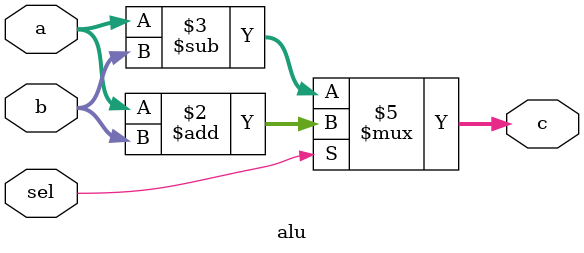
<source format=v>
`timescale 1ns / 1ps
module alu(
		input [3:0] a,
		input [3:0] b,
		input sel,
		output reg [4:0] c
		
    );
	 
	always @ (a, b, sel) begin
		if(sel)
			c = a + b;
		else c = a - b;
	end

endmodule

</source>
